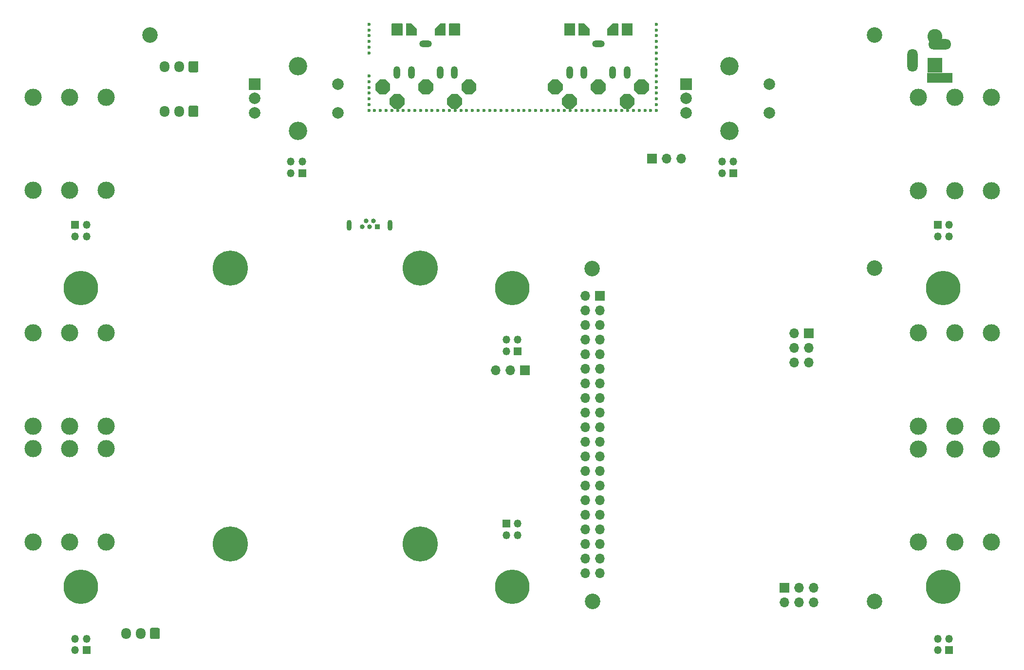
<source format=gbs>
G04 #@! TF.GenerationSoftware,KiCad,Pcbnew,7.0.9-7.0.9~ubuntu23.04.1*
G04 #@! TF.CreationDate,2023-12-03T12:25:34+00:00*
G04 #@! TF.ProjectId,pedalboard-hw,70656461-6c62-46f6-9172-642d68772e6b,3.0.2-RC*
G04 #@! TF.SameCoordinates,Original*
G04 #@! TF.FileFunction,Soldermask,Bot*
G04 #@! TF.FilePolarity,Negative*
%FSLAX46Y46*%
G04 Gerber Fmt 4.6, Leading zero omitted, Abs format (unit mm)*
G04 Created by KiCad (PCBNEW 7.0.9-7.0.9~ubuntu23.04.1) date 2023-12-03 12:25:34*
%MOMM*%
%LPD*%
G01*
G04 APERTURE LIST*
%ADD10C,2.700000*%
%ADD11O,1.200000X2.200000*%
%ADD12O,2.200000X1.200000*%
%ADD13C,3.000000*%
%ADD14R,4.400000X1.800000*%
%ADD15O,4.000000X1.800000*%
%ADD16O,1.800000X4.000000*%
%ADD17R,2.600000X2.600000*%
%ADD18C,2.600000*%
%ADD19R,1.350000X1.350000*%
%ADD20O,1.350000X1.350000*%
%ADD21R,1.700000X1.700000*%
%ADD22O,1.700000X1.700000*%
%ADD23C,0.600000*%
%ADD24R,0.840000X0.840000*%
%ADD25C,0.840000*%
%ADD26O,0.850000X1.850000*%
%ADD27R,2.000000X2.000000*%
%ADD28C,2.000000*%
%ADD29C,3.200000*%
%ADD30C,6.100000*%
%ADD31C,6.000000*%
%ADD32O,1.700000X1.950000*%
G04 APERTURE END LIST*
D10*
X149994385Y9494385D03*
D11*
X106994385Y101494385D03*
X104494385Y101494385D03*
D12*
X101994385Y106494385D03*
D11*
X96994385Y101494385D03*
X99494385Y101494385D03*
D13*
X10044385Y80994385D03*
X10044385Y97224385D03*
X3694385Y80994385D03*
X3694385Y97224385D03*
X16394385Y80994385D03*
X16394385Y97224385D03*
X10044385Y19794385D03*
X10044385Y36024385D03*
X3694385Y19794385D03*
X3694385Y36024385D03*
X16394385Y19794385D03*
X16394385Y36024385D03*
D14*
X161394385Y100594385D03*
D15*
X161394385Y106394385D03*
D16*
X156594385Y103594385D03*
D17*
X160494385Y102784385D03*
D18*
X160494385Y107784385D03*
D19*
X10994385Y74994385D03*
D20*
X12994385Y74994385D03*
X10994385Y72994385D03*
X12994385Y72994385D03*
D13*
X10044385Y39994385D03*
X10044385Y56224385D03*
X3694385Y39994385D03*
X3694385Y56224385D03*
X16394385Y39994385D03*
X16394385Y56224385D03*
X163944385Y35999385D03*
X163944385Y19769385D03*
X170294385Y35999385D03*
X170294385Y19769385D03*
X157594385Y35999385D03*
X157594385Y19769385D03*
D21*
X111309385Y86544385D03*
D22*
X113849385Y86544385D03*
X116389385Y86544385D03*
D10*
X100974385Y9474385D03*
D19*
X162994385Y994385D03*
D20*
X160994385Y994385D03*
X162994385Y2994385D03*
X160994385Y2994385D03*
D23*
X62094385Y109919385D03*
X62094385Y108919385D03*
X62094385Y107919385D03*
X62094385Y106919385D03*
X62094385Y105919385D03*
X62094385Y104919385D03*
X62094385Y100919385D03*
X62094385Y99919385D03*
X62094385Y98919385D03*
X62094385Y97919385D03*
X62094385Y96919385D03*
X62094385Y95919385D03*
X62094385Y94919385D03*
X63094385Y94919385D03*
X64094385Y94919385D03*
X65094385Y94919385D03*
X66094385Y94919385D03*
X67094385Y94919385D03*
X68094385Y94919385D03*
X69094385Y94919385D03*
X70094385Y94919385D03*
X71094385Y94919385D03*
X72094385Y94919385D03*
X73094385Y94919385D03*
X74094385Y94919385D03*
X75094385Y94919385D03*
X76094385Y94919385D03*
X77094385Y94919385D03*
X78094385Y94919385D03*
X79094385Y94919385D03*
X80094385Y94919385D03*
X81094385Y94919385D03*
X82094385Y94919385D03*
X83094385Y94919385D03*
X84094385Y94919385D03*
X85094385Y94919385D03*
X86094385Y94919385D03*
X87094385Y94919385D03*
X88094385Y94919385D03*
X89094385Y94919385D03*
X90094385Y94919385D03*
X91094385Y94919385D03*
X92094385Y94919385D03*
X93094385Y94919385D03*
X94094385Y94919385D03*
X95094385Y94919385D03*
X96094385Y94919385D03*
X97094385Y94919385D03*
X98094385Y94919385D03*
X99094385Y94919385D03*
X100094385Y94919385D03*
X101094385Y94919385D03*
X102094385Y94919385D03*
X103094385Y94919385D03*
X104094385Y94919385D03*
X105094385Y94919385D03*
X106094385Y94919385D03*
X107094385Y94919385D03*
X108094385Y94919385D03*
X109094385Y94919385D03*
X110094385Y94919385D03*
X111094385Y94919385D03*
X112094385Y109919385D03*
X112094385Y108919385D03*
X112094385Y107919385D03*
X112094385Y106919385D03*
X112094385Y105919385D03*
X112094385Y104919385D03*
X112094385Y103919385D03*
X112094385Y102919385D03*
X112094385Y101919385D03*
X112094385Y100919385D03*
X112094385Y99919385D03*
X112094385Y98919385D03*
X112094385Y97919385D03*
X112094385Y96919385D03*
X112094385Y95919385D03*
X112094385Y94919385D03*
D19*
X12994385Y994385D03*
D20*
X10994385Y994385D03*
X12994385Y2994385D03*
X10994385Y2994385D03*
D19*
X87994385Y52994385D03*
D20*
X85994385Y52994385D03*
X87994385Y54994385D03*
X85994385Y54994385D03*
D24*
X63534385Y74704385D03*
D25*
X62884385Y75704385D03*
X62234385Y74704385D03*
X61584385Y75704385D03*
X60934385Y74704385D03*
D26*
X65809385Y74924385D03*
X58659385Y74924385D03*
D10*
X23994385Y107994385D03*
D13*
X163959385Y97194385D03*
X163959385Y80964385D03*
X170309385Y97194385D03*
X170309385Y80964385D03*
X157609385Y97194385D03*
X157609385Y80964385D03*
D19*
X125494385Y83994385D03*
D20*
X123494385Y83994385D03*
X125494385Y85994385D03*
X123494385Y85994385D03*
D10*
X149994385Y67494385D03*
G36*
X93940697Y97708464D02*
G01*
X93208464Y98440697D01*
X93193585Y98476618D01*
X93193585Y99512152D01*
X93208464Y99548073D01*
X93940697Y100280306D01*
X93976618Y100295185D01*
X95012152Y100295185D01*
X95048073Y100280306D01*
X95780306Y99548073D01*
X95795185Y99512152D01*
X95795185Y98476618D01*
X95780306Y98440697D01*
X95048073Y97708464D01*
X95012152Y97693585D01*
X93976618Y97693585D01*
X93940697Y97708464D01*
G37*
G36*
X103280306Y98440697D02*
G01*
X102548073Y97708464D01*
X102512152Y97693585D01*
X101476618Y97693585D01*
X101440697Y97708464D01*
X100708464Y98440697D01*
X100693585Y98476618D01*
X100693585Y99512152D01*
X100708464Y99548073D01*
X101440697Y100280306D01*
X101476618Y100295185D01*
X102512152Y100295185D01*
X102548073Y100280306D01*
X103280306Y99548073D01*
X103295185Y99512152D01*
X103295185Y98476618D01*
X103280306Y98440697D01*
G37*
G36*
X108940697Y97708464D02*
G01*
X108208464Y98440697D01*
X108193585Y98476618D01*
X108193585Y99512152D01*
X108208464Y99548073D01*
X108940697Y100280306D01*
X108976618Y100295185D01*
X110012152Y100295185D01*
X110048073Y100280306D01*
X110780306Y99548073D01*
X110795185Y99512152D01*
X110795185Y98476618D01*
X110780306Y98440697D01*
X110048073Y97708464D01*
X110012152Y97693585D01*
X108976618Y97693585D01*
X108940697Y97708464D01*
G37*
G36*
X96440697Y95208464D02*
G01*
X95708464Y95940697D01*
X95693585Y95976618D01*
X95693585Y97012152D01*
X95708464Y97048073D01*
X96440697Y97780306D01*
X96476618Y97795185D01*
X97512152Y97795185D01*
X97548073Y97780306D01*
X98280306Y97048073D01*
X98295185Y97012152D01*
X98295185Y95976618D01*
X98280306Y95940697D01*
X97548073Y95208464D01*
X97512152Y95193585D01*
X96476618Y95193585D01*
X96440697Y95208464D01*
G37*
G36*
X106440697Y95208464D02*
G01*
X105708464Y95940697D01*
X105693585Y95976618D01*
X105693585Y97012152D01*
X105708464Y97048073D01*
X106440697Y97780306D01*
X106476618Y97795185D01*
X107512152Y97795185D01*
X107548073Y97780306D01*
X108280306Y97048073D01*
X108295185Y97012152D01*
X108295185Y95976618D01*
X108280306Y95940697D01*
X107548073Y95208464D01*
X107512152Y95193585D01*
X106476618Y95193585D01*
X106440697Y95208464D01*
G37*
G36*
X103558464Y107958464D02*
G01*
X103543585Y107994385D01*
X103543585Y109094385D01*
X103558464Y109130306D01*
X104458464Y110030306D01*
X104494385Y110045185D01*
X105394385Y110045185D01*
X105430306Y110030306D01*
X105445185Y109994385D01*
X105445185Y107994385D01*
X105430306Y107958464D01*
X105394385Y107943585D01*
X103594385Y107943585D01*
X103558464Y107958464D01*
G37*
G36*
G01*
X107945185Y109994385D02*
X107945185Y107994385D01*
G75*
G02*
X107894385Y107943585I-50800J0D01*
G01*
X106094385Y107943585D01*
G75*
G02*
X106043585Y107994385I0J50800D01*
G01*
X106043585Y109994385D01*
G75*
G02*
X106094385Y110045185I50800J0D01*
G01*
X107894385Y110045185D01*
G75*
G02*
X107945185Y109994385I0J-50800D01*
G01*
G37*
G36*
G01*
X97945185Y109994385D02*
X97945185Y107994385D01*
G75*
G02*
X97894385Y107943585I-50800J0D01*
G01*
X96094385Y107943585D01*
G75*
G02*
X96043585Y107994385I0J50800D01*
G01*
X96043585Y109994385D01*
G75*
G02*
X96094385Y110045185I50800J0D01*
G01*
X97894385Y110045185D01*
G75*
G02*
X97945185Y109994385I0J-50800D01*
G01*
G37*
G36*
X98558464Y107958464D02*
G01*
X98543585Y107994385D01*
X98543585Y109994385D01*
X98558464Y110030306D01*
X98594385Y110045185D01*
X99494385Y110045185D01*
X99530306Y110030306D01*
X100430306Y109130306D01*
X100445185Y109094385D01*
X100445185Y107994385D01*
X100430306Y107958464D01*
X100394385Y107943585D01*
X98594385Y107943585D01*
X98558464Y107958464D01*
G37*
D27*
X42244385Y99494385D03*
D28*
X42244385Y94494385D03*
X42244385Y96994385D03*
D29*
X49744385Y102594385D03*
X49744385Y91394385D03*
D28*
X56744385Y94494385D03*
X56744385Y99494385D03*
D19*
X160994385Y74994385D03*
D20*
X162994385Y74994385D03*
X160994385Y72994385D03*
X162994385Y72994385D03*
D19*
X50494385Y83994385D03*
D20*
X48494385Y83994385D03*
X50494385Y85994385D03*
X48494385Y85994385D03*
D21*
X89219385Y49694385D03*
D22*
X86679385Y49694385D03*
X84139385Y49694385D03*
D13*
X163944385Y56214385D03*
X163944385Y39984385D03*
X170294385Y56214385D03*
X170294385Y39984385D03*
X157594385Y56214385D03*
X157594385Y39984385D03*
D19*
X85994385Y22994385D03*
D20*
X87994385Y22994385D03*
X85994385Y20994385D03*
X87994385Y20994385D03*
D10*
X100894385Y67428785D03*
D30*
X70994385Y19494385D03*
X70994385Y67494385D03*
X37994385Y19494385D03*
X37994385Y67494385D03*
D10*
X149994385Y107994385D03*
D27*
X117244385Y99494385D03*
D28*
X117244385Y94494385D03*
X117244385Y96994385D03*
D29*
X124744385Y102594385D03*
X124744385Y91394385D03*
D28*
X131744385Y94494385D03*
X131744385Y99494385D03*
G36*
X63940697Y97708464D02*
G01*
X63208464Y98440697D01*
X63193585Y98476618D01*
X63193585Y99512152D01*
X63208464Y99548073D01*
X63940697Y100280306D01*
X63976618Y100295185D01*
X65012152Y100295185D01*
X65048073Y100280306D01*
X65780306Y99548073D01*
X65795185Y99512152D01*
X65795185Y98476618D01*
X65780306Y98440697D01*
X65048073Y97708464D01*
X65012152Y97693585D01*
X63976618Y97693585D01*
X63940697Y97708464D01*
G37*
G36*
X73280306Y98440697D02*
G01*
X72548073Y97708464D01*
X72512152Y97693585D01*
X71476618Y97693585D01*
X71440697Y97708464D01*
X70708464Y98440697D01*
X70693585Y98476618D01*
X70693585Y99512152D01*
X70708464Y99548073D01*
X71440697Y100280306D01*
X71476618Y100295185D01*
X72512152Y100295185D01*
X72548073Y100280306D01*
X73280306Y99548073D01*
X73295185Y99512152D01*
X73295185Y98476618D01*
X73280306Y98440697D01*
G37*
G36*
X78940697Y97708464D02*
G01*
X78208464Y98440697D01*
X78193585Y98476618D01*
X78193585Y99512152D01*
X78208464Y99548073D01*
X78940697Y100280306D01*
X78976618Y100295185D01*
X80012152Y100295185D01*
X80048073Y100280306D01*
X80780306Y99548073D01*
X80795185Y99512152D01*
X80795185Y98476618D01*
X80780306Y98440697D01*
X80048073Y97708464D01*
X80012152Y97693585D01*
X78976618Y97693585D01*
X78940697Y97708464D01*
G37*
G36*
X66440697Y95208464D02*
G01*
X65708464Y95940697D01*
X65693585Y95976618D01*
X65693585Y97012152D01*
X65708464Y97048073D01*
X66440697Y97780306D01*
X66476618Y97795185D01*
X67512152Y97795185D01*
X67548073Y97780306D01*
X68280306Y97048073D01*
X68295185Y97012152D01*
X68295185Y95976618D01*
X68280306Y95940697D01*
X67548073Y95208464D01*
X67512152Y95193585D01*
X66476618Y95193585D01*
X66440697Y95208464D01*
G37*
G36*
X76440697Y95208464D02*
G01*
X75708464Y95940697D01*
X75693585Y95976618D01*
X75693585Y97012152D01*
X75708464Y97048073D01*
X76440697Y97780306D01*
X76476618Y97795185D01*
X77512152Y97795185D01*
X77548073Y97780306D01*
X78280306Y97048073D01*
X78295185Y97012152D01*
X78295185Y95976618D01*
X78280306Y95940697D01*
X77548073Y95208464D01*
X77512152Y95193585D01*
X76476618Y95193585D01*
X76440697Y95208464D01*
G37*
G36*
X73558464Y107958464D02*
G01*
X73543585Y107994385D01*
X73543585Y109094385D01*
X73558464Y109130306D01*
X74458464Y110030306D01*
X74494385Y110045185D01*
X75394385Y110045185D01*
X75430306Y110030306D01*
X75445185Y109994385D01*
X75445185Y107994385D01*
X75430306Y107958464D01*
X75394385Y107943585D01*
X73594385Y107943585D01*
X73558464Y107958464D01*
G37*
G36*
G01*
X77945185Y109994385D02*
X77945185Y107994385D01*
G75*
G02*
X77894385Y107943585I-50800J0D01*
G01*
X76094385Y107943585D01*
G75*
G02*
X76043585Y107994385I0J50800D01*
G01*
X76043585Y109994385D01*
G75*
G02*
X76094385Y110045185I50800J0D01*
G01*
X77894385Y110045185D01*
G75*
G02*
X77945185Y109994385I0J-50800D01*
G01*
G37*
G36*
G01*
X67945185Y109994385D02*
X67945185Y107994385D01*
G75*
G02*
X67894385Y107943585I-50800J0D01*
G01*
X66094385Y107943585D01*
G75*
G02*
X66043585Y107994385I0J50800D01*
G01*
X66043585Y109994385D01*
G75*
G02*
X66094385Y110045185I50800J0D01*
G01*
X67894385Y110045185D01*
G75*
G02*
X67945185Y109994385I0J-50800D01*
G01*
G37*
G36*
X68558464Y107958464D02*
G01*
X68543585Y107994385D01*
X68543585Y109994385D01*
X68558464Y110030306D01*
X68594385Y110045185D01*
X69494385Y110045185D01*
X69530306Y110030306D01*
X70430306Y109130306D01*
X70445185Y109094385D01*
X70445185Y107994385D01*
X70430306Y107958464D01*
X70394385Y107943585D01*
X68594385Y107943585D01*
X68558464Y107958464D01*
G37*
D11*
X76988885Y101494385D03*
X74488885Y101494385D03*
D12*
X71988885Y106494385D03*
D11*
X66988885Y101494385D03*
X69488885Y101494385D03*
D31*
X11994385Y11994385D03*
X86994385Y63994385D03*
X11994385Y63994385D03*
X161994385Y63994385D03*
X86994385Y11994385D03*
G36*
G01*
X32444385Y103244385D02*
X32444385Y101794385D01*
G75*
G02*
X32194385Y101544385I-250000J0D01*
G01*
X30994385Y101544385D01*
G75*
G02*
X30744385Y101794385I0J250000D01*
G01*
X30744385Y103244385D01*
G75*
G02*
X30994385Y103494385I250000J0D01*
G01*
X32194385Y103494385D01*
G75*
G02*
X32444385Y103244385I0J-250000D01*
G01*
G37*
D32*
X29094385Y102519385D03*
X26594385Y102519385D03*
G36*
G01*
X25744385Y4619385D02*
X25744385Y3169385D01*
G75*
G02*
X25494385Y2919385I-250000J0D01*
G01*
X24294385Y2919385D01*
G75*
G02*
X24044385Y3169385I0J250000D01*
G01*
X24044385Y4619385D01*
G75*
G02*
X24294385Y4869385I250000J0D01*
G01*
X25494385Y4869385D01*
G75*
G02*
X25744385Y4619385I0J-250000D01*
G01*
G37*
X22394385Y3894385D03*
X19894385Y3894385D03*
D31*
X161994385Y11994385D03*
D21*
X102244385Y62618785D03*
D22*
X99704385Y62618785D03*
X102244385Y60078785D03*
X99704385Y60078785D03*
X102244385Y57538785D03*
X99704385Y57538785D03*
X102244385Y54998785D03*
X99704385Y54998785D03*
X102244385Y52458785D03*
X99704385Y52458785D03*
X102244385Y49918785D03*
X99704385Y49918785D03*
X102244385Y47378785D03*
X99704385Y47378785D03*
X102244385Y44838785D03*
X99704385Y44838785D03*
X102244385Y42298785D03*
X99704385Y42298785D03*
X102244385Y39758785D03*
X99704385Y39758785D03*
X102244385Y37218785D03*
X99704385Y37218785D03*
X102244385Y34678785D03*
X99704385Y34678785D03*
X102244385Y32138785D03*
X99704385Y32138785D03*
X102244385Y29598785D03*
X99704385Y29598785D03*
X102244385Y27058785D03*
X99704385Y27058785D03*
X102244385Y24518785D03*
X99704385Y24518785D03*
X102244385Y21978785D03*
X99704385Y21978785D03*
X102244385Y19438785D03*
X99704385Y19438785D03*
X102244385Y16898785D03*
X99704385Y16898785D03*
X102244385Y14358785D03*
X99704385Y14358785D03*
D21*
X138549385Y56148785D03*
D22*
X136009385Y56148785D03*
X138549385Y53608785D03*
X136009385Y53608785D03*
X138549385Y51068785D03*
X136009385Y51068785D03*
D21*
X134374385Y11843785D03*
D22*
X134374385Y9303785D03*
X136914385Y11843785D03*
X136914385Y9303785D03*
X139454385Y11843785D03*
X139454385Y9303785D03*
G36*
G01*
X32444385Y95494385D02*
X32444385Y94044385D01*
G75*
G02*
X32194385Y93794385I-250000J0D01*
G01*
X30994385Y93794385D01*
G75*
G02*
X30744385Y94044385I0J250000D01*
G01*
X30744385Y95494385D01*
G75*
G02*
X30994385Y95744385I250000J0D01*
G01*
X32194385Y95744385D01*
G75*
G02*
X32444385Y95494385I0J-250000D01*
G01*
G37*
D32*
X29094385Y94769385D03*
X26594385Y94769385D03*
M02*

</source>
